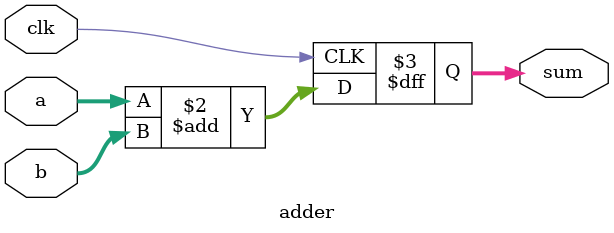
<source format=sv>
module adder
#(parameter DATA_WIDTH=32)
(
input logic clk,
input logic [DATA_WIDTH-1:0] a,
input logic [DATA_WIDTH-1:0] b,
output logic [DATA_WIDTH-1:0] sum
);
always_ff@(posedge clk)
    sum<=a+b;
endmodule
</source>
